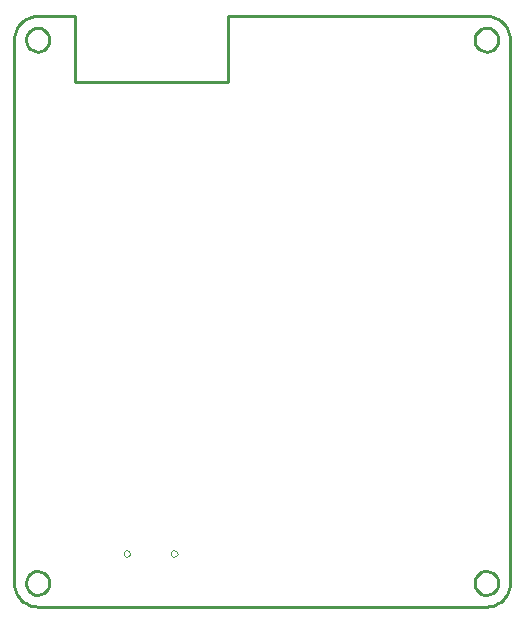
<source format=gm1>
G04*
G04 #@! TF.GenerationSoftware,Altium Limited,Altium Designer,22.11.1 (43)*
G04*
G04 Layer_Color=16711935*
%FSLAX25Y25*%
%MOIN*%
G70*
G04*
G04 #@! TF.SameCoordinates,CE4FA216-54C7-4044-9C64-AD491F851F59*
G04*
G04*
G04 #@! TF.FilePolarity,Positive*
G04*
G01*
G75*
%ADD11C,0.01000*%
%ADD110C,0.00020*%
D11*
X11811Y188976D02*
X11687Y189955D01*
X11324Y190873D01*
X10744Y191672D01*
X9984Y192300D01*
X9091Y192721D01*
X8121Y192906D01*
X7136Y192844D01*
X6198Y192539D01*
X5364Y192010D01*
X4689Y191290D01*
X4214Y190426D01*
X3968Y189470D01*
Y188483D01*
X4214Y187527D01*
X4689Y186662D01*
X5364Y185943D01*
X6198Y185414D01*
X7136Y185109D01*
X8121Y185047D01*
X9091Y185232D01*
X9984Y185652D01*
X10744Y186281D01*
X11324Y187080D01*
X11687Y187997D01*
X11811Y188976D01*
X161417Y188976D02*
X161294Y189955D01*
X160930Y190873D01*
X160350Y191672D01*
X159590Y192300D01*
X158697Y192721D01*
X157728Y192906D01*
X156743Y192844D01*
X155804Y192539D01*
X154971Y192010D01*
X154295Y191290D01*
X153820Y190426D01*
X153574Y189470D01*
Y188483D01*
X153820Y187527D01*
X154295Y186662D01*
X154971Y185943D01*
X155804Y185414D01*
X156743Y185109D01*
X157728Y185047D01*
X158697Y185232D01*
X159590Y185652D01*
X160350Y186281D01*
X160930Y187080D01*
X161294Y187997D01*
X161417Y188976D01*
Y7874D02*
X161294Y8853D01*
X160930Y9771D01*
X160350Y10569D01*
X159590Y11198D01*
X158697Y11618D01*
X157728Y11803D01*
X156743Y11741D01*
X155804Y11436D01*
X154971Y10908D01*
X154295Y10188D01*
X153820Y9323D01*
X153574Y8367D01*
Y7381D01*
X153820Y6425D01*
X154295Y5560D01*
X154971Y4840D01*
X155804Y4312D01*
X156743Y4007D01*
X157728Y3945D01*
X158697Y4130D01*
X159590Y4550D01*
X160350Y5179D01*
X160930Y5977D01*
X161294Y6895D01*
X161417Y7874D01*
X11811Y7874D02*
X11687Y8853D01*
X11324Y9771D01*
X10744Y10569D01*
X9984Y11198D01*
X9091Y11618D01*
X8121Y11803D01*
X7136Y11741D01*
X6198Y11436D01*
X5364Y10908D01*
X4689Y10188D01*
X4214Y9323D01*
X3968Y8367D01*
Y7381D01*
X4214Y6425D01*
X4689Y5560D01*
X5364Y4840D01*
X6198Y4312D01*
X7136Y4007D01*
X8121Y3945D01*
X9091Y4130D01*
X9984Y4550D01*
X10744Y5179D01*
X11324Y5977D01*
X11687Y6895D01*
X11811Y7874D01*
X0Y7874D02*
X67Y6846D01*
X268Y5836D01*
X599Y4861D01*
X1055Y3937D01*
X1627Y3081D01*
X2306Y2306D01*
X3081Y1627D01*
X3937Y1055D01*
X4861Y599D01*
X5836Y268D01*
X6846Y67D01*
X7874Y0D01*
X157480D02*
X158508Y67D01*
X159518Y268D01*
X160494Y599D01*
X161417Y1055D01*
X162274Y1627D01*
X163048Y2306D01*
X163727Y3081D01*
X164299Y3937D01*
X164755Y4861D01*
X165086Y5836D01*
X165287Y6846D01*
X165354Y7874D01*
Y188976D02*
X165287Y190004D01*
X165086Y191014D01*
X164755Y191990D01*
X164299Y192913D01*
X163727Y193770D01*
X163048Y194544D01*
X162274Y195223D01*
X161417Y195796D01*
X160494Y196251D01*
X159518Y196582D01*
X158508Y196783D01*
X157480Y196850D01*
X7874D02*
X6846Y196783D01*
X5836Y196582D01*
X4861Y196251D01*
X3937Y195796D01*
X3081Y195223D01*
X2306Y194544D01*
X1627Y193770D01*
X1055Y192913D01*
X599Y191990D01*
X268Y191014D01*
X67Y190004D01*
X0Y188976D01*
X7874Y196850D02*
X20500D01*
Y175000D02*
Y196850D01*
X71500D02*
X157480D01*
X71500Y175000D02*
Y196850D01*
X20500Y175000D02*
X71500D01*
X0Y7874D02*
Y188976D01*
X165354Y7874D02*
Y188976D01*
X7874Y0D02*
X157480D01*
D110*
X38807Y17673D02*
X38362Y18597D01*
X37363Y18825D01*
X36562Y18186D01*
Y17161D01*
X37363Y16522D01*
X38362Y16750D01*
X38807Y17673D01*
X54555D02*
X54110Y18597D01*
X53111Y18825D01*
X52310Y18186D01*
Y17161D01*
X53111Y16522D01*
X54110Y16750D01*
X54555Y17673D01*
M02*

</source>
